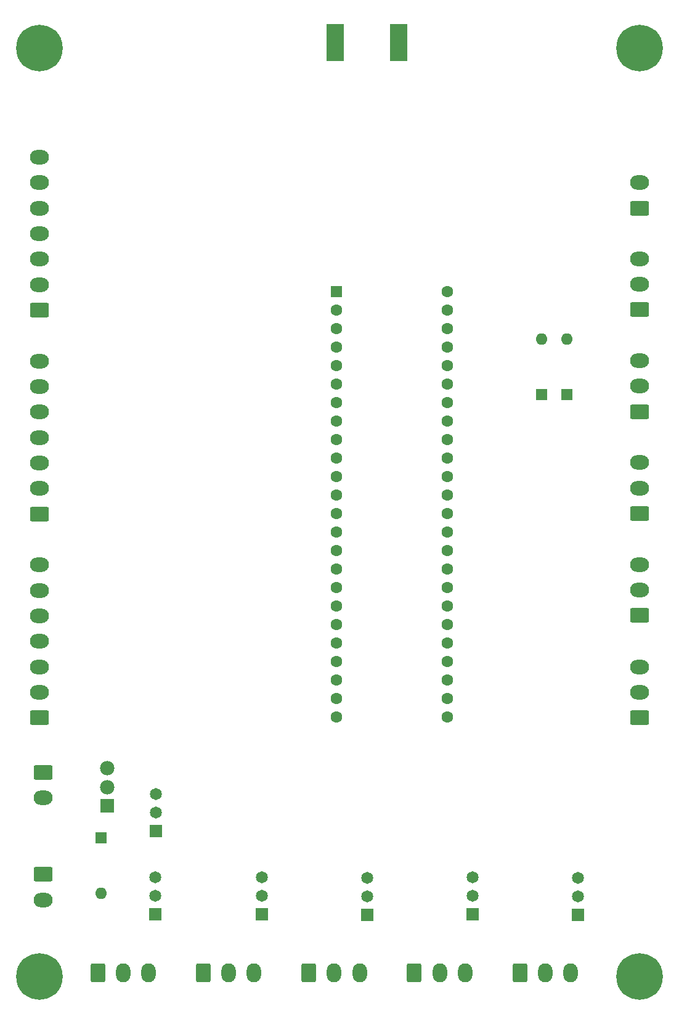
<source format=gbr>
%TF.GenerationSoftware,KiCad,Pcbnew,7.0.9*%
%TF.CreationDate,2024-08-13T23:39:12-05:00*%
%TF.ProjectId,TestStand,54657374-5374-4616-9e64-2e6b69636164,rev?*%
%TF.SameCoordinates,Original*%
%TF.FileFunction,Soldermask,Bot*%
%TF.FilePolarity,Negative*%
%FSLAX46Y46*%
G04 Gerber Fmt 4.6, Leading zero omitted, Abs format (unit mm)*
G04 Created by KiCad (PCBNEW 7.0.9) date 2024-08-13 23:39:12*
%MOMM*%
%LPD*%
G01*
G04 APERTURE LIST*
G04 Aperture macros list*
%AMRoundRect*
0 Rectangle with rounded corners*
0 $1 Rounding radius*
0 $2 $3 $4 $5 $6 $7 $8 $9 X,Y pos of 4 corners*
0 Add a 4 corners polygon primitive as box body*
4,1,4,$2,$3,$4,$5,$6,$7,$8,$9,$2,$3,0*
0 Add four circle primitives for the rounded corners*
1,1,$1+$1,$2,$3*
1,1,$1+$1,$4,$5*
1,1,$1+$1,$6,$7*
1,1,$1+$1,$8,$9*
0 Add four rect primitives between the rounded corners*
20,1,$1+$1,$2,$3,$4,$5,0*
20,1,$1+$1,$4,$5,$6,$7,0*
20,1,$1+$1,$6,$7,$8,$9,0*
20,1,$1+$1,$8,$9,$2,$3,0*%
G04 Aperture macros list end*
%ADD10R,1.600000X1.600000*%
%ADD11O,1.600000X1.600000*%
%ADD12RoundRect,0.250000X-0.750000X-1.050000X0.750000X-1.050000X0.750000X1.050000X-0.750000X1.050000X0*%
%ADD13O,2.000000X2.600000*%
%ADD14RoundRect,0.250000X1.050000X-0.750000X1.050000X0.750000X-1.050000X0.750000X-1.050000X-0.750000X0*%
%ADD15O,2.600000X2.000000*%
%ADD16RoundRect,0.250000X-1.050000X0.750000X-1.050000X-0.750000X1.050000X-0.750000X1.050000X0.750000X0*%
%ADD17R,1.980000X1.980000*%
%ADD18C,1.980000*%
%ADD19R,1.651000X1.651000*%
%ADD20C,1.651000*%
%ADD21C,6.400000*%
%ADD22C,1.600000*%
%ADD23R,2.420000X5.080000*%
G04 APERTURE END LIST*
D10*
%TO.C,D1*%
X96500000Y-115620000D03*
D11*
X96500000Y-108000000D03*
%TD*%
D12*
%TO.C,J5*%
X50000000Y-195000000D03*
D13*
X53500000Y-195000000D03*
X57000000Y-195000000D03*
%TD*%
D14*
%TO.C,J12*%
X110000000Y-117950000D03*
D15*
X110000000Y-114450000D03*
X110000000Y-110950000D03*
%TD*%
D12*
%TO.C,J7*%
X79000000Y-195000000D03*
D13*
X82500000Y-195000000D03*
X86000000Y-195000000D03*
%TD*%
D16*
%TO.C,J17*%
X28000000Y-181500000D03*
D15*
X28000000Y-185000000D03*
%TD*%
D14*
%TO.C,J13*%
X110000000Y-103950000D03*
D15*
X110000000Y-100450000D03*
X110000000Y-96950000D03*
%TD*%
D17*
%TO.C,IC1*%
X36770000Y-172050000D03*
D18*
X36770000Y-169500000D03*
X36770000Y-166950000D03*
%TD*%
D10*
%TO.C,SW1*%
X36000000Y-176500000D03*
D11*
X36000000Y-184120000D03*
%TD*%
D14*
%TO.C,J11*%
X110000000Y-131950000D03*
D15*
X110000000Y-128450000D03*
X110000000Y-124950000D03*
%TD*%
D14*
%TO.C,J2*%
X27500000Y-132000000D03*
D15*
X27500000Y-128500000D03*
X27500000Y-125000000D03*
X27500000Y-121500000D03*
X27500000Y-118000000D03*
X27500000Y-114500000D03*
X27500000Y-111000000D03*
%TD*%
D19*
%TO.C,CR6*%
X101500000Y-187080000D03*
D20*
X101500000Y-184540000D03*
X101500000Y-182000000D03*
%TD*%
D21*
%TO.C,H2*%
X110000000Y-68000000D03*
%TD*%
D12*
%TO.C,J8*%
X93500000Y-195000000D03*
D13*
X97000000Y-195000000D03*
X100500000Y-195000000D03*
%TD*%
D10*
%TO.C,U4*%
X68300000Y-101460000D03*
D22*
X68300000Y-104000000D03*
X68300000Y-106540000D03*
X68300000Y-109080000D03*
X68300000Y-111620000D03*
X68300000Y-114160000D03*
X68300000Y-116700000D03*
X68300000Y-119240000D03*
X68300000Y-121780000D03*
X68300000Y-124320000D03*
X68300000Y-126860000D03*
X68300000Y-129400000D03*
X68300000Y-131940000D03*
X68300000Y-134480000D03*
X68300000Y-137020000D03*
X68300000Y-139560000D03*
X68300000Y-142100000D03*
X68300000Y-144640000D03*
X68300000Y-147180000D03*
X68300000Y-149720000D03*
X68300000Y-152260000D03*
X68300000Y-154800000D03*
X68300000Y-157340000D03*
X68300000Y-159880000D03*
X83540000Y-159880000D03*
X83540000Y-157340000D03*
X83540000Y-154800000D03*
X83540000Y-152260000D03*
X83540000Y-149720000D03*
X83540000Y-147180000D03*
X83540000Y-144640000D03*
X83540000Y-142100000D03*
X83540000Y-139560000D03*
X83540000Y-137020000D03*
X83540000Y-134480000D03*
X83540000Y-131940000D03*
X83540000Y-129400000D03*
X83540000Y-126860000D03*
X83540000Y-124320000D03*
X83540000Y-121780000D03*
X83540000Y-119240000D03*
X83540000Y-116700000D03*
X83540000Y-114160000D03*
X83540000Y-111620000D03*
X83540000Y-109080000D03*
X83540000Y-106540000D03*
X83540000Y-104000000D03*
X83540000Y-101460000D03*
%TD*%
D21*
%TO.C,H3*%
X110000000Y-195500000D03*
%TD*%
D19*
%TO.C,CR1*%
X43500000Y-175580000D03*
D20*
X43500000Y-173040000D03*
X43500000Y-170500000D03*
%TD*%
D19*
%TO.C,CR3*%
X58068200Y-186937100D03*
D20*
X58068200Y-184397100D03*
X58068200Y-181857100D03*
%TD*%
D19*
%TO.C,CR5*%
X87000000Y-187000000D03*
D20*
X87000000Y-184460000D03*
X87000000Y-181920000D03*
%TD*%
D12*
%TO.C,J4*%
X35500000Y-195000000D03*
D13*
X39000000Y-195000000D03*
X42500000Y-195000000D03*
%TD*%
D23*
%TO.C,J15*%
X76880000Y-67280000D03*
X68120000Y-67280000D03*
%TD*%
D21*
%TO.C,H1*%
X27500000Y-68000000D03*
%TD*%
D19*
%TO.C,CR4*%
X72500000Y-187050000D03*
D20*
X72500000Y-184510000D03*
X72500000Y-181970000D03*
%TD*%
D14*
%TO.C,J9*%
X110000000Y-160000000D03*
D15*
X110000000Y-156500000D03*
X110000000Y-153000000D03*
%TD*%
D14*
%TO.C,J10*%
X110000000Y-145950000D03*
D15*
X110000000Y-142450000D03*
X110000000Y-138950000D03*
%TD*%
D10*
%TO.C,D2*%
X100000000Y-115620000D03*
D11*
X100000000Y-108000000D03*
%TD*%
D19*
%TO.C,CR2*%
X43431800Y-187000000D03*
D20*
X43431800Y-184460000D03*
X43431800Y-181920000D03*
%TD*%
D21*
%TO.C,H4*%
X27500000Y-195500000D03*
%TD*%
D14*
%TO.C,J1*%
X27500000Y-104000000D03*
D15*
X27500000Y-100500000D03*
X27500000Y-97000000D03*
X27500000Y-93500000D03*
X27500000Y-90000000D03*
X27500000Y-86500000D03*
X27500000Y-83000000D03*
%TD*%
D12*
%TO.C,J6*%
X64500000Y-195000000D03*
D13*
X68000000Y-195000000D03*
X71500000Y-195000000D03*
%TD*%
D14*
%TO.C,J3*%
X27500000Y-160000000D03*
D15*
X27500000Y-156500000D03*
X27500000Y-153000000D03*
X27500000Y-149500000D03*
X27500000Y-146000000D03*
X27500000Y-142500000D03*
X27500000Y-139000000D03*
%TD*%
D16*
%TO.C,J16*%
X28000000Y-167500000D03*
D15*
X28000000Y-171000000D03*
%TD*%
D14*
%TO.C,J14*%
X110000000Y-90000000D03*
D15*
X110000000Y-86500000D03*
%TD*%
M02*

</source>
